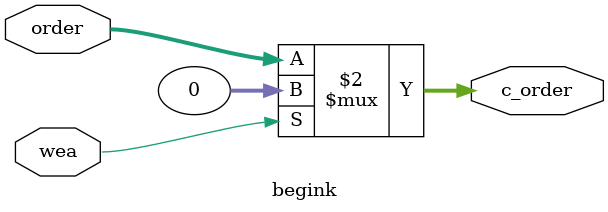
<source format=v>
`timescale 1ns / 1ps


module begink(
    input wea,
    input [31:0] order,
    output [31:0] c_order
);

assign c_order = (wea == 0) ? order: 32'b0;

endmodule

</source>
